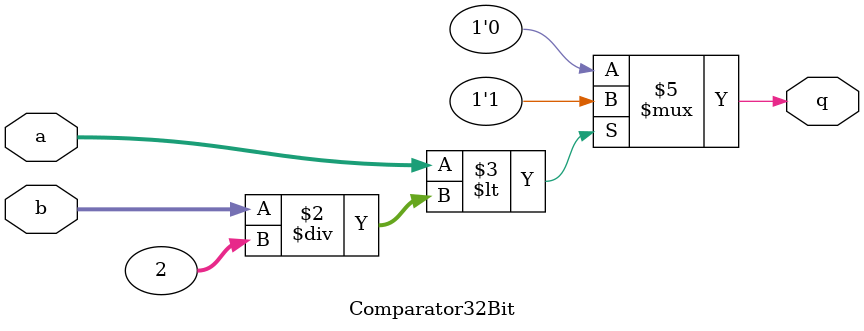
<source format=v>
/*
 * 8-Bit Comparator
 * ----------------
 * By: Thomas Carpenter
 * For: University of Leeds
 * Date: 30th December 2017
 *  // modified by Kasem
 * Description
 * -----------
 * The module is a simple 8-bit Comparator that has been
 * built in Verilog using Behavioural design and continuous
 * assign statements.
 *
 */

module Comparator32Bit ( 
    input  [31:0] a, 
    input  [31:0] b, 
    output  reg     	q
);

always @ (*) begin
	if (a < (b/2)) begin 
       q =1'b1;
	
	end else begin 
		q =1'b0;
	end
	
end   

endmodule

</source>
